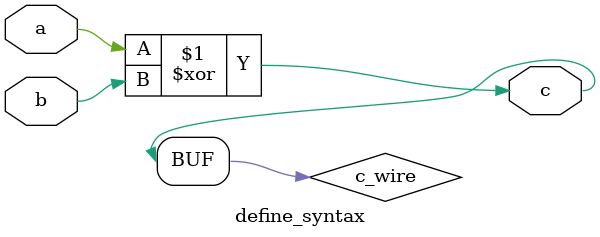
<source format=v>
module define_syntax (a,b,c);
	input a;
	input b;
	output c;
	wire c_wire;
	assign c = c_wire;
	`ifdef and_module
		assign c_wire = a & b;
	`elsif or_module
		assign c_wire = a | b;
	`else
		assign c_wire = a ^ b;
	`endif
endmodule
</source>
